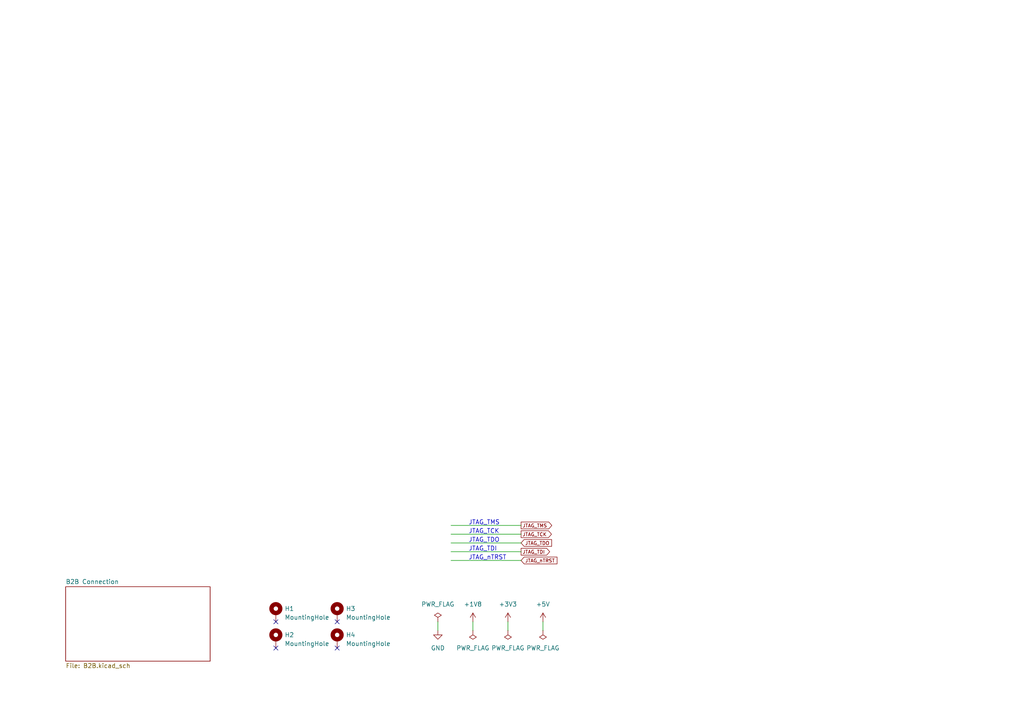
<source format=kicad_sch>
(kicad_sch (version 20211123) (generator eeschema)
  (paper "A4")
  (lib_symbols
    (symbol "Mechanical:MountingHole_Pad" (pin_numbers hide) (pin_names (offset 1.016) hide)
      (property "Reference" "H" (at 0 6.35 0))
      (property "Value" "MountingHole_Pad" (at 0 4.445 0))
      (symbol "MountingHole_Pad_0_1"
        (circle (center 0 1.27) (radius 1.27) (stroke (width 1.27)))
      )
      (symbol "MountingHole_Pad_1_1"
        (pin input line (at 0 -2.54 90) (length 2.54) (name "1") (number "1"))
      )
    )
    (symbol "power:+1V8" (power) (pin_names (offset 0))
      (property "Value" "+1V8" (at 0 3.556 0))
      (symbol "+1V8_0_1"
        (polyline (pts (xy -0.762 1.27) (xy 0 2.54)))
        (polyline (pts (xy 0 0) (xy 0 2.54)))
        (polyline (pts (xy 0 2.54) (xy 0.762 1.27)))
      )
      (symbol "+1V8_1_1"
        (pin power_in line (at 0 0 90) (length 0) hide (name "+1V8") (number "1"))
      )
    )
    (symbol "power:+3V3" (power) (pin_names (offset 0))
      (property "Value" "+3V3" (at 0 3.556 0))
      (symbol "+3V3_0_1"
        (polyline (pts (xy -0.762 1.27) (xy 0 2.54)))
        (polyline (pts (xy 0 0) (xy 0 2.54)))
        (polyline (pts (xy 0 2.54) (xy 0.762 1.27)))
      )
      (symbol "+3V3_1_1"
        (pin power_in line (at 0 0 90) (length 0) hide (name "+3V3") (number "1"))
      )
    )
    (symbol "power:+5V" (power) (pin_names (offset 0))
      (property "Value" "+5V" (at 0 3.556 0))
      (symbol "+5V_0_1"
        (polyline (pts (xy -0.762 1.27) (xy 0 2.54)))
        (polyline (pts (xy 0 0) (xy 0 2.54)))
        (polyline (pts (xy 0 2.54) (xy 0.762 1.27)))
      )
      (symbol "+5V_1_1"
        (pin power_in line (at 0 0 90) (length 0) hide (name "+5V") (number "1"))
      )
    )
    (symbol "power:GND" (power) (pin_names (offset 0))
      (property "Value" "GND" (at 0 -3.81 0))
      (symbol "GND_0_1"
        (polyline (pts (xy 0 0) (xy 0 -1.27) (xy 1.27 -1.27) (xy 0 -2.54) (xy -1.27 -1.27) (xy 0 -1.27)))
      )
      (symbol "GND_1_1"
        (pin power_in line (at 0 0 270) (length 0) hide (name "GND") (number "1"))
      )
    )
    (symbol "power:PWR_FLAG" (power) (pin_numbers hide) (pin_names (offset 0) hide)
      (property "Value" "PWR_FLAG" (at 0 3.81 0))
      (symbol "PWR_FLAG_0_0"
        (pin power_out line (at 0 0 90) (length 0) (name "pwr") (number "1"))
      )
      (symbol "PWR_FLAG_0_1"
        (polyline (pts (xy 0 0) (xy 0 1.27) (xy -1.016 1.905) (xy 0 2.54) (xy 1.016 1.905) (xy 0 1.27)))
      )
    )
  )
  (no_connect (at 80.01 180.34))
  (no_connect (at 80.01 187.96))
  (no_connect (at 97.79 180.34))
  (no_connect (at 97.79 187.96))
  (wire (pts (xy 130.81 160.02) (xy 151.13 160.02)))
  (wire (pts (xy 130.81 154.94) (xy 151.13 154.94)))
  (wire (pts (xy 157.48 180.34) (xy 157.48 182.88)))
  (wire (pts (xy 127 180.34) (xy 127 182.88)))
  (wire (pts (xy 130.81 162.56) (xy 151.13 162.56)))
  (wire (pts (xy 130.81 157.48) (xy 151.13 157.48)))
  (wire (pts (xy 147.32 180.34) (xy 147.32 182.88)))
  (wire (pts (xy 130.81 152.4) (xy 151.13 152.4)))
  (wire (pts (xy 137.16 180.34) (xy 137.16 182.88)))
  (text "JTAG_TCK" (at 135.89 154.94 0) (effects (font (size 1.27 1.27)) (justify left bottom)))
  (text "JTAG_nTRST" (at 135.89 162.56 0) (effects (font (size 1.27 1.27)) (justify left bottom)))
  (text "JTAG_TMS" (at 135.89 152.4 0) (effects (font (size 1.27 1.27)) (justify left bottom)))
  (text "JTAG_TDO" (at 135.89 157.48 0) (effects (font (size 1.27 1.27)) (justify left bottom)))
  (text "JTAG_TDI" (at 135.89 160.02 0) (effects (font (size 1.27 1.27)) (justify left bottom)))
  (global_label "JTAG_TCK" (shape output) (at 151.13 154.94 0) (effects (font (size 1 1))) (property "Intersheet References" "${INTERSHEET_REFS}" (at 159.9348 154.8775 0) (effects (font (size 1 1)) (justify left))))
  (global_label "JTAG_nTRST" (shape input) (at 151.13 162.56 0) (effects (font (size 1 1))) (property "Intersheet References" "${INTERSHEET_REFS}" (at 161.5538 162.4975 0) (effects (font (size 1 1)) (justify left))))
  (global_label "JTAG_TDI" (shape output) (at 151.13 160.02 0) (effects (font (size 1 1))) (property "Intersheet References" "${INTERSHEET_REFS}" (at 159.411 159.9575 0) (effects (font (size 1 1)) (justify left))))
  (global_label "JTAG_TMS" (shape output) (at 151.13 152.4 0) (effects (font (size 1 1))) (property "Intersheet References" "${INTERSHEET_REFS}" (at 160.03 152.3375 0) (effects (font (size 1 1)) (justify left))))
  (global_label "JTAG_TDO" (shape input) (at 151.13 157.48 0) (effects (font (size 1 1))) (property "Intersheet References" "${INTERSHEET_REFS}" (at 159.9824 157.4175 0) (effects (font (size 1 1)) (justify left))))
  (symbol (lib_id "power:+3V3") (at 147.32 180.34 0) (unit 1)
    (property "Reference" "#PWR0118" (effects hide))
    (property "Value" "+3V3" (at 147.32 175.26 0))
  )
  (symbol (lib_id "power:+1V8") (at 137.16 180.34 0) (unit 1)
    (property "Reference" "#PWR0117" (effects hide))
    (property "Value" "+1V8" (at 137.16 175.26 0))
  )
  (symbol (lib_id "power:+5V") (at 157.48 180.34 0) (unit 1)
    (property "Reference" "#PWR0119" (effects hide))
    (property "Value" "+5V" (at 157.48 175.26 0))
  )
  (symbol (lib_id "power:PWR_FLAG") (at 137.16 182.88 180) (unit 1)
    (property "Reference" "#FLG0101" (effects hide))
    (property "Value" "PWR_FLAG" (at 137.16 187.96 0))
  )
  (symbol (lib_id "power:PWR_FLAG") (at 127 180.34 0) (unit 1)
    (property "Reference" "#FLG0102" (effects hide))
    (property "Value" "PWR_FLAG" (at 127 175.26 0))
  )
  (symbol (lib_id "Mechanical:MountingHole_Pad") (at 97.79 185.42 0) (unit 1)
    (property "Reference" "H4" (at 100.33 184.1499 0) (effects (justify left)))
    (property "Value" "MountingHole" (at 100.33 186.6899 0) (effects (justify left)))
    (property "Footprint" "DevBoardMicroLib:9774030951R" (effects hide))
  )
  (symbol (lib_id "power:PWR_FLAG") (at 147.32 182.88 180) (unit 1)
    (property "Reference" "#FLG0103" (effects hide))
    (property "Value" "PWR_FLAG" (at 147.32 187.96 0))
  )
  (symbol (lib_id "power:PWR_FLAG") (at 157.48 182.88 180) (unit 1)
    (property "Reference" "#FLG0104" (effects hide))
    (property "Value" "PWR_FLAG" (at 157.48 187.96 0))
  )
  (symbol (lib_id "Mechanical:MountingHole_Pad") (at 97.79 177.8 0) (unit 1)
    (property "Reference" "H3" (at 100.33 176.5299 0) (effects (justify left)))
    (property "Value" "MountingHole" (at 100.33 179.0699 0) (effects (justify left)))
    (property "Footprint" "DevBoardMicroLib:9774030951R" (effects hide))
  )
  (symbol (lib_id "Mechanical:MountingHole_Pad") (at 80.01 185.42 0) (unit 1)
    (property "Reference" "H2" (at 82.55 184.1499 0) (effects (justify left)))
    (property "Value" "MountingHole" (at 82.55 186.6899 0) (effects (justify left)))
    (property "Footprint" "DevBoardMicroLib:9774030951R" (effects hide))
  )
  (symbol (lib_id "Mechanical:MountingHole_Pad") (at 80.01 177.8 0) (unit 1)
    (property "Reference" "H1" (at 82.55 176.5299 0) (effects (justify left)))
    (property "Value" "MountingHole" (at 82.55 179.0699 0) (effects (justify left)))
    (property "Footprint" "DevBoardMicroLib:9774030951R" (effects hide))
  )
  (symbol (lib_id "power:GND") (at 127 182.88 0) (unit 1)
    (property "Reference" "#PWR0116" (effects hide))
    (property "Value" "GND" (at 127 187.96 0))
  )
  (sheet (at 19.05 170.18) (size 41.91 21.59) (stroke (width 0.1524))
    (property "Sheet name" "B2B Connection" (at 19.05 169.4684 0) (effects (justify left bottom)))
    (property "Sheet file" "B2B.kicad_sch" (at 19.05 192.3546 0) (effects (justify left top)))
  )
)
</source>
